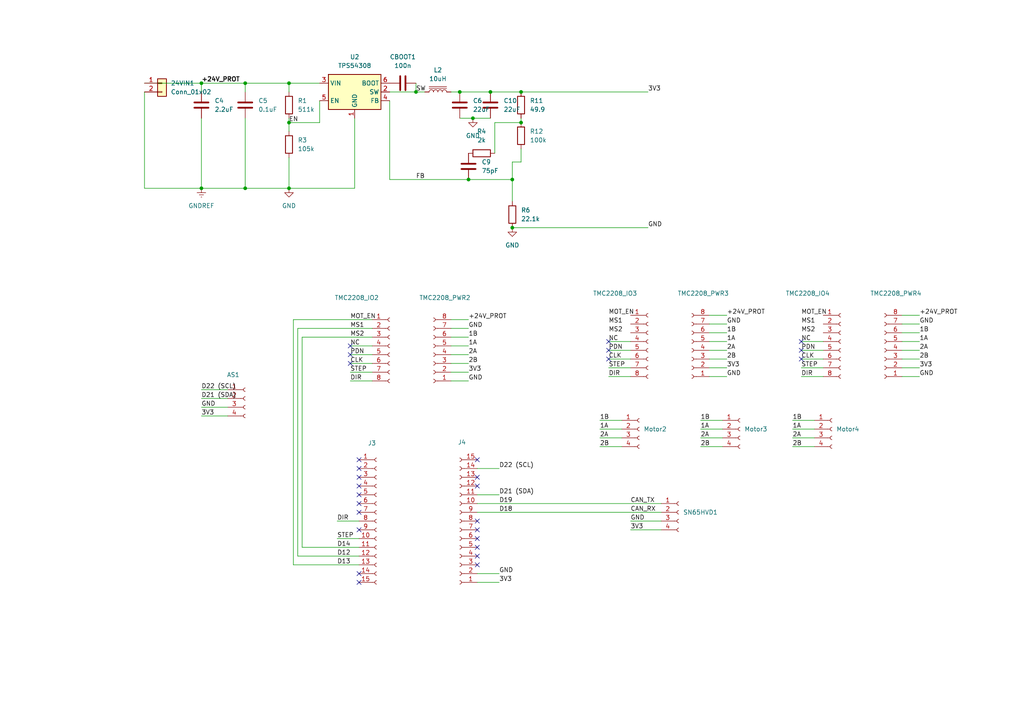
<source format=kicad_sch>
(kicad_sch (version 20250114) (generator "eeschema") (generator_version "9.0")
  (paper "A4")
  (lib_symbols
    (symbol "Connector:Conn_01x04_Socket" (pin_names (offset 1.016) (hide yes))
      (property "Reference" "J" (at 0 5.08 0))
      (property "Value" "Conn_01x04_Socket" (at 0 -7.62 0))
      (symbol "Conn_01x04_Socket_1_1"
        (polyline (pts (xy -1.27 2.54) (xy -0.508 2.54)) (stroke (width 0.1524)))
        (polyline (pts (xy -1.27 0) (xy -0.508 0)) (stroke (width 0.1524)))
        (polyline (pts (xy -1.27 -2.54) (xy -0.508 -2.54)) (stroke (width 0.1524)))
        (polyline (pts (xy -1.27 -5.08) (xy -0.508 -5.08)) (stroke (width 0.1524)))
        (arc (start 0 2.032) (mid -0.5058 2.54) (end 0 3.048) (stroke (width 0.1524)))
        (arc (start 0 -0.508) (mid -0.5058 0) (end 0 0.508) (stroke (width 0.1524)))
        (arc (start 0 -3.048) (mid -0.5058 -2.54) (end 0 -2.032) (stroke (width 0.1524)))
        (arc (start 0 -5.588) (mid -0.5058 -5.08) (end 0 -4.572) (stroke (width 0.1524)))
        (pin passive line (at -5.08 2.54 0) (length 3.81) (name "Pin_1") (number "1"))
        (pin passive line (at -5.08 0 0) (length 3.81) (name "Pin_2") (number "2"))
        (pin passive line (at -5.08 -2.54 0) (length 3.81) (name "Pin_3") (number "3"))
        (pin passive line (at -5.08 -5.08 0) (length 3.81) (name "Pin_4") (number "4"))
      )
    )
    (symbol "Connector:Conn_01x08_Socket" (pin_names (offset 1.016) (hide yes))
      (property "Reference" "J" (at 0 10.16 0))
      (property "Value" "Conn_01x08_Socket" (at 0 -12.7 0))
      (symbol "Conn_01x08_Socket_1_1"
        (polyline (pts (xy -1.27 7.62) (xy -0.508 7.62)) (stroke (width 0.1524)))
        (polyline (pts (xy -1.27 5.08) (xy -0.508 5.08)) (stroke (width 0.1524)))
        (polyline (pts (xy -1.27 2.54) (xy -0.508 2.54)) (stroke (width 0.1524)))
        (polyline (pts (xy -1.27 0) (xy -0.508 0)) (stroke (width 0.1524)))
        (polyline (pts (xy -1.27 -2.54) (xy -0.508 -2.54)) (stroke (width 0.1524)))
        (polyline (pts (xy -1.27 -5.08) (xy -0.508 -5.08)) (stroke (width 0.1524)))
        (polyline (pts (xy -1.27 -7.62) (xy -0.508 -7.62)) (stroke (width 0.1524)))
        (polyline (pts (xy -1.27 -10.16) (xy -0.508 -10.16)) (stroke (width 0.1524)))
        (arc (start 0 7.112) (mid -0.5058 7.62) (end 0 8.128) (stroke (width 0.1524)))
        (arc (start 0 4.572) (mid -0.5058 5.08) (end 0 5.588) (stroke (width 0.1524)))
        (arc (start 0 2.032) (mid -0.5058 2.54) (end 0 3.048) (stroke (width 0.1524)))
        (arc (start 0 -0.508) (mid -0.5058 0) (end 0 0.508) (stroke (width 0.1524)))
        (arc (start 0 -3.048) (mid -0.5058 -2.54) (end 0 -2.032) (stroke (width 0.1524)))
        (arc (start 0 -5.588) (mid -0.5058 -5.08) (end 0 -4.572) (stroke (width 0.1524)))
        (arc (start 0 -8.128) (mid -0.5058 -7.62) (end 0 -7.112) (stroke (width 0.1524)))
        (arc (start 0 -10.668) (mid -0.5058 -10.16) (end 0 -9.652) (stroke (width 0.1524)))
        (pin passive line (at -5.08 7.62 0) (length 3.81) (name "Pin_1") (number "1"))
        (pin passive line (at -5.08 5.08 0) (length 3.81) (name "Pin_2") (number "2"))
        (pin passive line (at -5.08 2.54 0) (length 3.81) (name "Pin_3") (number "3"))
        (pin passive line (at -5.08 0 0) (length 3.81) (name "Pin_4") (number "4"))
        (pin passive line (at -5.08 -2.54 0) (length 3.81) (name "Pin_5") (number "5"))
        (pin passive line (at -5.08 -5.08 0) (length 3.81) (name "Pin_6") (number "6"))
        (pin passive line (at -5.08 -7.62 0) (length 3.81) (name "Pin_7") (number "7"))
        (pin passive line (at -5.08 -10.16 0) (length 3.81) (name "Pin_8") (number "8"))
      )
    )
    (symbol "Connector:Conn_01x15_Socket" (pin_names (offset 1.016) (hide yes))
      (property "Reference" "J" (at 0 20.32 0))
      (property "Value" "Conn_01x15_Socket" (at 0 -20.32 0))
      (symbol "Conn_01x15_Socket_1_1"
        (polyline (pts (xy -1.27 17.78) (xy -0.508 17.78)) (stroke (width 0.1524)))
        (polyline (pts (xy -1.27 15.24) (xy -0.508 15.24)) (stroke (width 0.1524)))
        (polyline (pts (xy -1.27 12.7) (xy -0.508 12.7)) (stroke (width 0.1524)))
        (polyline (pts (xy -1.27 10.16) (xy -0.508 10.16)) (stroke (width 0.1524)))
        (polyline (pts (xy -1.27 7.62) (xy -0.508 7.62)) (stroke (width 0.1524)))
        (polyline (pts (xy -1.27 5.08) (xy -0.508 5.08)) (stroke (width 0.1524)))
        (polyline (pts (xy -1.27 2.54) (xy -0.508 2.54)) (stroke (width 0.1524)))
        (polyline (pts (xy -1.27 0) (xy -0.508 0)) (stroke (width 0.1524)))
        (polyline (pts (xy -1.27 -2.54) (xy -0.508 -2.54)) (stroke (width 0.1524)))
        (polyline (pts (xy -1.27 -5.08) (xy -0.508 -5.08)) (stroke (width 0.1524)))
        (polyline (pts (xy -1.27 -7.62) (xy -0.508 -7.62)) (stroke (width 0.1524)))
        (polyline (pts (xy -1.27 -10.16) (xy -0.508 -10.16)) (stroke (width 0.1524)))
        (polyline (pts (xy -1.27 -12.7) (xy -0.508 -12.7)) (stroke (width 0.1524)))
        (polyline (pts (xy -1.27 -15.24) (xy -0.508 -15.24)) (stroke (width 0.1524)))
        (polyline (pts (xy -1.27 -17.78) (xy -0.508 -17.78)) (stroke (width 0.1524)))
        (arc (start 0 17.272) (mid -0.5058 17.78) (end 0 18.288) (stroke (width 0.1524)))
        (arc (start 0 14.732) (mid -0.5058 15.24) (end 0 15.748) (stroke (width 0.1524)))
        (arc (start 0 12.192) (mid -0.5058 12.7) (end 0 13.208) (stroke (width 0.1524)))
        (arc (start 0 9.652) (mid -0.5058 10.16) (end 0 10.668) (stroke (width 0.1524)))
        (arc (start 0 7.112) (mid -0.5058 7.62) (end 0 8.128) (stroke (width 0.1524)))
        (arc (start 0 4.572) (mid -0.5058 5.08) (end 0 5.588) (stroke (width 0.1524)))
        (arc (start 0 2.032) (mid -0.5058 2.54) (end 0 3.048) (stroke (width 0.1524)))
        (arc (start 0 -0.508) (mid -0.5058 0) (end 0 0.508) (stroke (width 0.1524)))
        (arc (start 0 -3.048) (mid -0.5058 -2.54) (end 0 -2.032) (stroke (width 0.1524)))
        (arc (start 0 -5.588) (mid -0.5058 -5.08) (end 0 -4.572) (stroke (width 0.1524)))
        (arc (start 0 -8.128) (mid -0.5058 -7.62) (end 0 -7.112) (stroke (width 0.1524)))
        (arc (start 0 -10.668) (mid -0.5058 -10.16) (end 0 -9.652) (stroke (width 0.1524)))
        (arc (start 0 -13.208) (mid -0.5058 -12.7) (end 0 -12.192) (stroke (width 0.1524)))
        (arc (start 0 -15.748) (mid -0.5058 -15.24) (end 0 -14.732) (stroke (width 0.1524)))
        (arc (start 0 -18.288) (mid -0.5058 -17.78) (end 0 -17.272) (stroke (width 0.1524)))
        (pin passive line (at -5.08 17.78 0) (length 3.81) (name "Pin_1") (number "1"))
        (pin passive line (at -5.08 15.24 0) (length 3.81) (name "Pin_2") (number "2"))
        (pin passive line (at -5.08 12.7 0) (length 3.81) (name "Pin_3") (number "3"))
        (pin passive line (at -5.08 10.16 0) (length 3.81) (name "Pin_4") (number "4"))
        (pin passive line (at -5.08 7.62 0) (length 3.81) (name "Pin_5") (number "5"))
        (pin passive line (at -5.08 5.08 0) (length 3.81) (name "Pin_6") (number "6"))
        (pin passive line (at -5.08 2.54 0) (length 3.81) (name "Pin_7") (number "7"))
        (pin passive line (at -5.08 0 0) (length 3.81) (name "Pin_8") (number "8"))
        (pin passive line (at -5.08 -2.54 0) (length 3.81) (name "Pin_9") (number "9"))
        (pin passive line (at -5.08 -5.08 0) (length 3.81) (name "Pin_10") (number "10"))
        (pin passive line (at -5.08 -7.62 0) (length 3.81) (name "Pin_11") (number "11"))
        (pin passive line (at -5.08 -10.16 0) (length 3.81) (name "Pin_12") (number "12"))
        (pin passive line (at -5.08 -12.7 0) (length 3.81) (name "Pin_13") (number "13"))
        (pin passive line (at -5.08 -15.24 0) (length 3.81) (name "Pin_14") (number "14"))
        (pin passive line (at -5.08 -17.78 0) (length 3.81) (name "Pin_15") (number "15"))
      )
    )
    (symbol "Connector_Generic:Conn_01x02" (pin_names (offset 1.016) (hide yes))
      (property "Reference" "J" (at 0 2.54 0))
      (property "Value" "Conn_01x02" (at 0 -5.08 0))
      (symbol "Conn_01x02_1_1"
        (rectangle (start -1.27 1.27) (end 1.27 -3.81) (stroke (width 0.254)) (fill (type background)))
        (rectangle (start -1.27 0.127) (end 0 -0.127) (stroke (width 0.1524)))
        (rectangle (start -1.27 -2.413) (end 0 -2.667) (stroke (width 0.1524)))
        (pin passive line (at -5.08 0 0) (length 3.81) (name "Pin_1") (number "1"))
        (pin passive line (at -5.08 -2.54 0) (length 3.81) (name "Pin_2") (number "2"))
      )
    )
    (symbol "Device:C" (pin_numbers (hide yes)) (pin_names (offset 0.254))
      (property "Reference" "C" (at 0.635 2.54 0))
      (property "Value" "C" (at 0.635 -2.54 0))
      (symbol "C_0_1"
        (polyline (pts (xy -2.032 0.762) (xy 2.032 0.762)) (stroke (width 0.508)))
        (polyline (pts (xy -2.032 -0.762) (xy 2.032 -0.762)) (stroke (width 0.508)))
      )
      (symbol "C_1_1"
        (pin passive line (at 0 3.81 270) (length 2.794) (name "~") (number "1"))
        (pin passive line (at 0 -3.81 90) (length 2.794) (name "~") (number "2"))
      )
    )
    (symbol "Device:L_Iron" (pin_numbers (hide yes)) (pin_names (offset 1.016) (hide yes))
      (property "Reference" "L" (at -1.27 0 90))
      (property "Value" "L_Iron" (at 2.794 0 90))
      (symbol "L_Iron_0_1"
        (arc (start 0 2.54) (mid 0.6323 1.905) (end 0 1.27))
        (arc (start 0 1.27) (mid 0.6323 0.635) (end 0 0))
        (arc (start 0 0) (mid 0.6323 -0.635) (end 0 -1.27))
        (arc (start 0 -1.27) (mid 0.6323 -1.905) (end 0 -2.54))
        (polyline (pts (xy 1.016 2.54) (xy 1.016 -2.54)))
        (polyline (pts (xy 1.524 -2.54) (xy 1.524 2.54)))
      )
      (symbol "L_Iron_1_1"
        (pin passive line (at 0 3.81 270) (length 1.27) (name "1") (number "1"))
        (pin passive line (at 0 -3.81 90) (length 1.27) (name "2") (number "2"))
      )
    )
    (symbol "Device:R" (pin_numbers (hide yes)) (pin_names (offset 0))
      (property "Reference" "R" (at 2.032 0 90))
      (property "Value" "R" (at 0 0 90))
      (symbol "R_0_1"
        (rectangle (start -1.016 -2.54) (end 1.016 2.54) (stroke (width 0.254)))
      )
      (symbol "R_1_1"
        (pin passive line (at 0 3.81 270) (length 1.27) (name "~") (number "1"))
        (pin passive line (at 0 -3.81 90) (length 1.27) (name "~") (number "2"))
      )
    )
    (symbol "Regulator_Switching:TPS54308"
      (property "Reference" "U" (at -7.62 6.35 0))
      (property "Value" "TPS54308" (at 0 6.35 0))
      (symbol "TPS54308_0_1"
        (rectangle (start -7.62 5.08) (end 7.62 -5.08) (stroke (width 0.254)) (fill (type background)))
      )
      (symbol "TPS54308_1_1"
        (pin power_in line (at -10.16 2.54 0) (length 2.54) (name "VIN") (number "3"))
        (pin input line (at -10.16 -2.54 0) (length 2.54) (name "EN") (number "5"))
        (pin power_in line (at 0 -7.62 90) (length 2.54) (name "GND") (number "1"))
        (pin passive line (at 10.16 2.54 180) (length 2.54) (name "BOOT") (number "6"))
        (pin power_out line (at 10.16 0 180) (length 2.54) (name "SW") (number "2"))
        (pin input line (at 10.16 -2.54 180) (length 2.54) (name "FB") (number "4"))
      )
    )
    (symbol "power:GND" (power) (pin_numbers (hide yes)) (pin_names (offset 0) (hide yes))
      (property "Value" "GND" (at 0 -3.81 0))
      (symbol "GND_0_1"
        (polyline (pts (xy 0 0) (xy 0 -1.27) (xy 1.27 -1.27) (xy 0 -2.54) (xy -1.27 -1.27) (xy 0 -1.27)))
      )
      (symbol "GND_1_1"
        (pin power_in line (at 0 0 270) (length 0) (name "~") (number "1"))
      )
    )
    (symbol "power:GNDREF" (power) (pin_numbers (hide yes)) (pin_names (offset 0) (hide yes))
      (property "Value" "GNDREF" (at 0 -3.81 0))
      (symbol "GNDREF_0_1"
        (polyline (pts (xy -0.635 -1.905) (xy 0.635 -1.905)))
        (polyline (pts (xy -0.127 -2.54) (xy 0.127 -2.54)))
        (polyline (pts (xy 0 -1.27) (xy 0 0)))
        (polyline (pts (xy 1.27 -1.27) (xy -1.27 -1.27)))
      )
      (symbol "GNDREF_1_1"
        (pin power_in line (at 0 0 270) (length 0) (name "~") (number "1"))
      )
    )
  )
  (junction (at 83.82 24.13))
  (junction (at 142.24 26.67))
  (junction (at 137.16 34.29))
  (junction (at 148.59 66.04))
  (junction (at 58.42 54.61))
  (junction (at 71.12 24.13))
  (junction (at 58.42 24.13))
  (junction (at 71.12 54.61))
  (junction (at 83.82 54.61))
  (junction (at 148.59 52.07))
  (junction (at 120.65 26.67))
  (junction (at 151.13 26.67))
  (junction (at 83.82 35.56))
  (junction (at 151.13 35.56))
  (junction (at 135.89 52.07))
  (junction (at 133.35 26.67))
  (no_connect (at 104.14 135.89))
  (no_connect (at 138.43 153.67))
  (no_connect (at 104.14 148.59))
  (no_connect (at 232.41 101.6))
  (no_connect (at 176.53 99.06))
  (no_connect (at 138.43 156.21))
  (no_connect (at 104.14 138.43))
  (no_connect (at 101.6 105.41))
  (no_connect (at 232.41 99.06))
  (no_connect (at 138.43 138.43))
  (no_connect (at 104.14 140.97))
  (no_connect (at 176.53 101.6))
  (no_connect (at 104.14 146.05))
  (no_connect (at 138.43 140.97))
  (no_connect (at 138.43 163.83))
  (no_connect (at 104.14 166.37))
  (no_connect (at 101.6 100.33))
  (no_connect (at 138.43 151.13))
  (no_connect (at 232.41 104.14))
  (no_connect (at 104.14 143.51))
  (no_connect (at 138.43 161.29))
  (no_connect (at 104.14 168.91))
  (no_connect (at 176.53 104.14))
  (no_connect (at 101.6 102.87))
  (no_connect (at 138.43 158.75))
  (no_connect (at 104.14 133.35))
  (no_connect (at 138.43 133.35))
  (no_connect (at 104.14 153.67))
  (wire (pts (xy 58.42 120.65) (xy 66.04 120.65)))
  (wire (pts (xy 138.43 168.91) (xy 144.78 168.91)))
  (wire (pts (xy 130.81 26.67) (xy 133.35 26.67)))
  (wire (pts (xy 71.12 54.61) (xy 83.82 54.61)))
  (wire (pts (xy 261.62 106.68) (xy 266.7 106.68)))
  (wire (pts (xy 135.89 52.07) (xy 148.59 52.07)))
  (wire (pts (xy 148.59 46.99) (xy 148.59 52.07)))
  (wire (pts (xy 92.71 29.21) (xy 92.71 35.56)))
  (wire (pts (xy 232.41 106.68) (xy 238.76 106.68)))
  (wire (pts (xy 205.74 106.68) (xy 210.82 106.68)))
  (wire (pts (xy 203.2 129.54) (xy 209.55 129.54)))
  (wire (pts (xy 203.2 127) (xy 209.55 127)))
  (wire (pts (xy 203.2 124.46) (xy 209.55 124.46)))
  (wire (pts (xy 58.42 118.11) (xy 66.04 118.11)))
  (wire (pts (xy 143.51 35.56) (xy 151.13 35.56)))
  (wire (pts (xy 176.53 99.06) (xy 182.88 99.06)))
  (wire (pts (xy 173.99 127) (xy 180.34 127)))
  (wire (pts (xy 83.82 34.29) (xy 83.82 35.56)))
  (wire (pts (xy 130.81 102.87) (xy 135.89 102.87)))
  (wire (pts (xy 138.43 146.05) (xy 191.77 146.05)))
  (wire (pts (xy 101.6 107.95) (xy 107.95 107.95)))
  (wire (pts (xy 205.74 109.22) (xy 210.82 109.22)))
  (wire (pts (xy 205.74 99.06) (xy 210.82 99.06)))
  (wire (pts (xy 85.09 92.71) (xy 107.95 92.71)))
  (wire (pts (xy 86.36 161.29) (xy 104.14 161.29)))
  (wire (pts (xy 85.09 92.71) (xy 85.09 163.83)))
  (wire (pts (xy 151.13 26.67) (xy 187.96 26.67)))
  (wire (pts (xy 229.87 127) (xy 236.22 127)))
  (wire (pts (xy 83.82 45.72) (xy 83.82 54.61)))
  (wire (pts (xy 205.74 104.14) (xy 210.82 104.14)))
  (wire (pts (xy 130.81 100.33) (xy 135.89 100.33)))
  (wire (pts (xy 205.74 101.6) (xy 210.82 101.6)))
  (wire (pts (xy 58.42 113.03) (xy 66.04 113.03)))
  (wire (pts (xy 232.41 104.14) (xy 238.76 104.14)))
  (wire (pts (xy 130.81 92.71) (xy 135.89 92.71)))
  (wire (pts (xy 173.99 129.54) (xy 180.34 129.54)))
  (wire (pts (xy 261.62 104.14) (xy 266.7 104.14)))
  (wire (pts (xy 261.62 91.44) (xy 266.7 91.44)))
  (wire (pts (xy 138.43 166.37) (xy 144.78 166.37)))
  (wire (pts (xy 41.91 24.13) (xy 58.42 24.13)))
  (wire (pts (xy 86.36 95.25) (xy 86.36 161.29)))
  (wire (pts (xy 71.12 24.13) (xy 71.12 26.67)))
  (wire (pts (xy 148.59 52.07) (xy 148.59 58.42)))
  (wire (pts (xy 151.13 46.99) (xy 151.13 43.18)))
  (wire (pts (xy 41.91 54.61) (xy 58.42 54.61)))
  (wire (pts (xy 261.62 101.6) (xy 266.7 101.6)))
  (wire (pts (xy 113.03 52.07) (xy 135.89 52.07)))
  (wire (pts (xy 151.13 35.56) (xy 151.13 34.29)))
  (wire (pts (xy 83.82 35.56) (xy 83.82 38.1)))
  (wire (pts (xy 148.59 46.99) (xy 151.13 46.99)))
  (wire (pts (xy 176.53 106.68) (xy 182.88 106.68)))
  (wire (pts (xy 205.74 91.44) (xy 210.82 91.44)))
  (wire (pts (xy 261.62 93.98) (xy 266.7 93.98)))
  (wire (pts (xy 173.99 121.92) (xy 180.34 121.92)))
  (wire (pts (xy 142.24 26.67) (xy 151.13 26.67)))
  (wire (pts (xy 86.36 95.25) (xy 107.95 95.25)))
  (wire (pts (xy 58.42 24.13) (xy 58.42 26.67)))
  (wire (pts (xy 101.6 102.87) (xy 107.95 102.87)))
  (wire (pts (xy 130.81 110.49) (xy 135.89 110.49)))
  (wire (pts (xy 71.12 24.13) (xy 83.82 24.13)))
  (wire (pts (xy 229.87 129.54) (xy 236.22 129.54)))
  (wire (pts (xy 92.71 35.56) (xy 83.82 35.56)))
  (wire (pts (xy 87.63 158.75) (xy 104.14 158.75)))
  (wire (pts (xy 173.99 124.46) (xy 180.34 124.46)))
  (wire (pts (xy 205.74 96.52) (xy 210.82 96.52)))
  (wire (pts (xy 261.62 109.22) (xy 266.7 109.22)))
  (wire (pts (xy 138.43 143.51) (xy 144.78 143.51)))
  (wire (pts (xy 130.81 97.79) (xy 135.89 97.79)))
  (wire (pts (xy 83.82 54.61) (xy 102.87 54.61)))
  (wire (pts (xy 85.09 163.83) (xy 104.14 163.83)))
  (wire (pts (xy 203.2 121.92) (xy 209.55 121.92)))
  (wire (pts (xy 41.91 26.67) (xy 41.91 54.61)))
  (wire (pts (xy 130.81 95.25) (xy 135.89 95.25)))
  (wire (pts (xy 97.79 151.13) (xy 104.14 151.13)))
  (wire (pts (xy 133.35 26.67) (xy 142.24 26.67)))
  (wire (pts (xy 138.43 148.59) (xy 191.77 148.59)))
  (wire (pts (xy 187.96 66.04) (xy 148.59 66.04)))
  (wire (pts (xy 232.41 99.06) (xy 238.76 99.06)))
  (wire (pts (xy 229.87 124.46) (xy 236.22 124.46)))
  (wire (pts (xy 113.03 29.21) (xy 113.03 52.07)))
  (wire (pts (xy 143.51 44.45) (xy 143.51 35.56)))
  (wire (pts (xy 130.81 107.95) (xy 135.89 107.95)))
  (wire (pts (xy 87.63 97.79) (xy 107.95 97.79)))
  (wire (pts (xy 58.42 54.61) (xy 71.12 54.61)))
  (wire (pts (xy 71.12 34.29) (xy 71.12 54.61)))
  (wire (pts (xy 133.35 34.29) (xy 137.16 34.29)))
  (wire (pts (xy 113.03 26.67) (xy 120.65 26.67)))
  (wire (pts (xy 58.42 34.29) (xy 58.42 54.61)))
  (wire (pts (xy 83.82 24.13) (xy 83.82 26.67)))
  (wire (pts (xy 120.65 24.13) (xy 120.65 26.67)))
  (wire (pts (xy 232.41 109.22) (xy 238.76 109.22)))
  (wire (pts (xy 138.43 135.89) (xy 144.78 135.89)))
  (wire (pts (xy 83.82 24.13) (xy 92.71 24.13)))
  (wire (pts (xy 176.53 109.22) (xy 182.88 109.22)))
  (wire (pts (xy 101.6 100.33) (xy 107.95 100.33)))
  (wire (pts (xy 101.6 105.41) (xy 107.95 105.41)))
  (wire (pts (xy 232.41 101.6) (xy 238.76 101.6)))
  (wire (pts (xy 101.6 110.49) (xy 107.95 110.49)))
  (wire (pts (xy 58.42 115.57) (xy 66.04 115.57)))
  (wire (pts (xy 87.63 97.79) (xy 87.63 158.75)))
  (wire (pts (xy 229.87 121.92) (xy 236.22 121.92)))
  (wire (pts (xy 182.88 153.67) (xy 191.77 153.67)))
  (wire (pts (xy 137.16 34.29) (xy 142.24 34.29)))
  (wire (pts (xy 182.88 151.13) (xy 191.77 151.13)))
  (wire (pts (xy 102.87 54.61) (xy 102.87 34.29)))
  (wire (pts (xy 176.53 101.6) (xy 182.88 101.6)))
  (wire (pts (xy 261.62 99.06) (xy 266.7 99.06)))
  (wire (pts (xy 58.42 24.13) (xy 71.12 24.13)))
  (wire (pts (xy 261.62 96.52) (xy 266.7 96.52)))
  (wire (pts (xy 205.74 93.98) (xy 210.82 93.98)))
  (wire (pts (xy 176.53 104.14) (xy 182.88 104.14)))
  (wire (pts (xy 97.79 156.21) (xy 104.14 156.21)))
  (wire (pts (xy 130.81 105.41) (xy 135.89 105.41)))
  (wire (pts (xy 120.65 26.67) (xy 123.19 26.67)))
  (label "D22 (SCL)" (at 58.42 113.03 0))
  (label "DIR" (at 232.41 109.22 0))
  (label "1A" (at 135.89 100.33 0))
  (label "PDN" (at 176.53 101.6 0))
  (label "D13" (at 97.79 163.83 0))
  (label "D21 (SDA)" (at 58.42 115.57 0))
  (label "MS1" (at 101.6 95.25 0))
  (label "MS1" (at 232.41 93.98 0))
  (label "NC" (at 176.53 99.06 0))
  (label "GND" (at 266.7 109.22 0))
  (label "GND" (at 135.89 95.25 0))
  (label "2B" (at 203.2 129.54 0))
  (label "STEP" (at 232.41 106.68 0))
  (label "GND" (at 58.42 118.11 0))
  (label "+24V_PROT" (at 58.42 24.13 0) (effects (font (thickness 0.254) (bold yes))))
  (label "CLK" (at 232.41 104.14 0))
  (label "D12" (at 97.79 161.29 0))
  (label "CLK" (at 101.6 105.41 0))
  (label "1B" (at 229.87 121.92 0))
  (label "+24V_PROT" (at 266.7 91.44 0))
  (label "3V3" (at 182.88 153.67 0))
  (label "1B" (at 173.99 121.92 0))
  (label "1B" (at 135.89 97.79 0))
  (label "D19" (at 144.78 146.05 0))
  (label "GND" (at 135.89 110.49 0))
  (label "2A" (at 210.82 101.6 0))
  (label "NC" (at 101.6 100.33 0))
  (label "DIR" (at 97.79 151.13 0))
  (label "2B" (at 210.82 104.14 0))
  (label "STEP" (at 176.53 106.68 0))
  (label "CAN_TX" (at 182.88 146.05 0))
  (label "2A" (at 203.2 127 0))
  (label "3V3" (at 135.89 107.95 0))
  (label "NC" (at 232.41 99.06 0))
  (label "STEP" (at 97.79 156.21 0))
  (label "1A" (at 210.82 99.06 0))
  (label "+24V_PROT" (at 135.89 92.71 0))
  (label "MOT_EN" (at 176.53 91.44 0))
  (label "D18" (at 144.78 148.59 0))
  (label "2A" (at 229.87 127 0))
  (label "FB" (at 120.65 52.07 0))
  (label "1B" (at 266.7 96.52 0))
  (label "MS2" (at 176.53 96.52 0))
  (label "2A" (at 135.89 102.87 0))
  (label "PDN" (at 101.6 102.87 0))
  (label "1A" (at 203.2 124.46 0))
  (label "GND" (at 210.82 93.98 0))
  (label "2B" (at 135.89 105.41 0))
  (label "1A" (at 173.99 124.46 0))
  (label "MS2" (at 232.41 96.52 0))
  (label "DIR" (at 101.6 110.49 0))
  (label "1B" (at 203.2 121.92 0))
  (label "PDN" (at 232.41 101.6 0))
  (label "SW" (at 120.65 26.67 0))
  (label "1B" (at 210.82 96.52 0))
  (label "2B" (at 173.99 129.54 0))
  (label "3V3" (at 210.82 106.68 0))
  (label "EN" (at 83.82 35.56 0))
  (label "+24V_PROT" (at 210.82 91.44 0))
  (label "2A" (at 266.7 101.6 0))
  (label "CAN_RX" (at 182.88 148.59 0))
  (label "D14" (at 97.79 158.75 0))
  (label "1A" (at 229.87 124.46 0))
  (label "GND" (at 210.82 109.22 0))
  (label "3V3" (at 58.42 120.65 0))
  (label "2B" (at 229.87 129.54 0))
  (label "3V3" (at 144.78 168.91 0))
  (label "3V3" (at 187.96 26.67 0))
  (label "D21 (SDA)" (at 144.78 143.51 0))
  (label "GND" (at 187.96 66.04 0))
  (label "CLK" (at 176.53 104.14 0))
  (label "2A" (at 173.99 127 0))
  (label "STEP" (at 101.6 107.95 0))
  (label "GND" (at 144.78 166.37 0))
  (label "GND" (at 182.88 151.13 0))
  (label "MOT_EN" (at 232.41 91.44 0))
  (label "GND" (at 266.7 93.98 0))
  (label "DIR" (at 176.53 109.22 0))
  (label "MOT_EN" (at 101.6 92.71 0))
  (label "2B" (at 266.7 104.14 0))
  (label "MS2" (at 101.6 97.79 0))
  (label "3V3" (at 266.7 106.68 0))
  (label "D22 (SCL)" (at 144.78 135.89 0))
  (label "1A" (at 266.7 99.06 0))
  (label "MS1" (at 176.53 93.98 0))
  (symbol (lib_id "Connector:Conn_01x04_Socket") (at 214.63 124.46 0) (unit 1)
    (property "Reference" "Motor3" (at 215.9 124.4599 0) (effects (justify left)))
    (property "Value" "Conn_01x04_Socket" (effects (hide yes)))
    (property "Footprint" "Connector_PinSocket_2.54mm:PinSocket_1x04_P2.54mm_Horizontal" (effects (hide yes)))
    (property "Description" "Generic connector, single row, 01x04, script generated" (effects (hide yes)))
    (property "JLCPCB Part Number" "C22373928" (effects (hide yes)))
  )
  (symbol (lib_id "Connector:Conn_01x08_Socket") (at 256.54 101.6 180) (unit 1)
    (property "Reference" "TMC2208_PWR4" (at 259.842 85.09 0))
    (property "Value" "Conn_01x08_Socket" (effects (hide yes)))
    (property "Footprint" "Connector_PinSocket_2.54mm:PinSocket_1x08_P2.54mm_Vertical" (effects (hide yes)))
    (property "Description" "Generic connector, single row, 01x08, script generated" (effects (hide yes)))
    (property "JLCPCB Part Number" "C27438" (effects (hide yes)))
  )
  (symbol (lib_id "Device:R") (at 151.13 39.37 0) (unit 1)
    (property "Reference" "R12" (at 153.67 38.0999 0) (effects (justify left)))
    (property "Value" "100k" (at 153.67 40.6399 0) (effects (justify left)))
    (property "Footprint" "Resistor_SMD:R_0603_1608Metric" (effects (hide yes)))
    (property "Description" "Resistor" (effects (hide yes)))
    (property "JLCPCB Part Number" "C14675" (effects (hide yes)))
  )
  (symbol (lib_id "power:GNDREF") (at 58.42 54.61 0) (unit 1)
    (property "Reference" "#PWR01" (effects (hide yes)))
    (property "Value" "GNDREF" (at 58.42 59.69 0))
    (property "Description" "Power symbol creates a global label with name \"GNDREF\" , reference supply ground" (effects (hide yes)))
  )
  (symbol (lib_id "power:GND") (at 83.82 54.61 0) (unit 1)
    (property "Reference" "#PWR02" (effects (hide yes)))
    (property "Value" "GND" (at 83.82 59.69 0))
    (property "Description" "Power symbol creates a global label with name \"GND\" , ground" (effects (hide yes)))
  )
  (symbol (lib_id "Device:C") (at 133.35 30.48 0) (unit 1)
    (property "Reference" "C6" (at 137.16 29.2099 0) (effects (justify left)))
    (property "Value" "22uF" (at 137.16 31.7499 0) (effects (justify left)))
    (property "Footprint" "Capacitor_SMD:C_1210_3225Metric" (effects (hide yes)))
    (property "Description" "Unpolarized capacitor" (effects (hide yes)))
    (property "JLCPCB Part Number" "C309062" (effects (hide yes)))
  )
  (symbol (lib_id "Device:C") (at 116.84 24.13 90) (unit 1)
    (property "Reference" "CBOOT1" (at 116.84 16.51 90))
    (property "Value" "100n" (at 116.84 19.05 90))
    (property "Footprint" "Capacitor_SMD:C_0805_2012Metric" (effects (hide yes)))
    (property "Description" "Unpolarized capacitor" (effects (hide yes)))
    (property "JLCPCB Part Number" "C49678" (effects (hide yes)))
  )
  (symbol (lib_id "power:GND") (at 137.16 34.29 0) (unit 1)
    (property "Reference" "#PWR07" (effects (hide yes)))
    (property "Value" "GND" (at 137.16 39.37 0))
    (property "Description" "Power symbol creates a global label with name \"GND\" , ground" (effects (hide yes)))
  )
  (symbol (lib_id "Device:C") (at 58.42 30.48 0) (unit 1)
    (property "Reference" "C4" (at 62.23 29.2099 0) (effects (justify left)))
    (property "Value" "2.2uF" (at 62.23 31.7499 0) (effects (justify left)))
    (property "Footprint" "Capacitor_SMD:C_1210_3225Metric" (effects (hide yes)))
    (property "Description" "Unpolarized capacitor" (effects (hide yes)))
    (property "JLCPCB Part Number" "C577276" (effects (hide yes)))
  )
  (symbol (lib_id "Device:C") (at 142.24 30.48 0) (unit 1)
    (property "Reference" "C10" (at 146.05 29.2099 0) (effects (justify left)))
    (property "Value" "22uF" (at 146.05 31.7499 0) (effects (justify left)))
    (property "Footprint" "Capacitor_SMD:C_1210_3225Metric" (effects (hide yes)))
    (property "Description" "Unpolarized capacitor" (effects (hide yes)))
    (property "JLCPCB Part Number" "C309062" (effects (hide yes)))
  )
  (symbol (lib_id "Connector:Conn_01x15_Socket") (at 109.22 151.13 0) (unit 1)
    (property "Reference" "J3" (at 106.68 128.524 0) (effects (justify left)))
    (property "Value" "Conn_01x15_Socket" (effects (hide yes)))
    (property "Footprint" "Connector_PinSocket_2.54mm:PinSocket_1x15_P2.54mm_Vertical" (effects (hide yes)))
    (property "Description" "Generic connector, single row, 01x15, script generated" (effects (hide yes)))
    (property "JLCPCB Part Number" "C41417327" (effects (hide yes)))
  )
  (symbol (lib_id "Device:C") (at 135.89 48.26 0) (unit 1)
    (property "Reference" "C9" (at 139.7 46.9899 0) (effects (justify left)))
    (property "Value" "75pF" (at 139.7 49.5299 0) (effects (justify left)))
    (property "Footprint" "Capacitor_SMD:C_0603_1608Metric" (effects (hide yes)))
    (property "Description" "Unpolarized capacitor" (effects (hide yes)))
    (property "JLCPCB Part Number" "C282074" (effects (hide yes)))
  )
  (symbol (lib_id "Connector:Conn_01x08_Socket") (at 187.96 99.06 0) (unit 1)
    (property "Reference" "TMC2208_IO3" (at 171.958 85.09 0) (effects (justify left)))
    (property "Value" "Conn_01x08_Socket" (effects (hide yes)))
    (property "Footprint" "Connector_PinSocket_2.54mm:PinSocket_1x08_P2.54mm_Vertical" (effects (hide yes)))
    (property "Description" "Generic connector, single row, 01x08, script generated" (effects (hide yes)))
    (property "JLCPCB Part Number" "C27438" (effects (hide yes)))
  )
  (symbol (lib_id "Device:C") (at 71.12 30.48 0) (unit 1)
    (property "Reference" "C5" (at 74.93 29.2099 0) (effects (justify left)))
    (property "Value" "0.1uF" (at 74.93 31.7499 0) (effects (justify left)))
    (property "Footprint" "Capacitor_SMD:C_1210_3225Metric" (effects (hide yes)))
    (property "Description" "Unpolarized capacitor" (effects (hide yes)))
    (property "JLCPCB Part Number" "C527381" (effects (hide yes)))
  )
  (symbol (lib_id "Connector:Conn_01x04_Socket") (at 71.12 115.57 0) (unit 1)
    (property "Reference" "AS1" (at 65.786 108.712 0) (effects (justify left)))
    (property "Value" "Conn_01x04_Socket" (effects (hide yes)))
    (property "Footprint" "Connector_PinSocket_2.54mm:PinSocket_1x04_P2.54mm_Horizontal" (effects (hide yes)))
    (property "Description" "Generic connector, single row, 01x04, script generated" (effects (hide yes)))
    (property "JLCPCB Part Number" "C22373928" (effects (hide yes)))
  )
  (symbol (lib_id "Connector:Conn_01x08_Socket") (at 125.73 102.87 180) (unit 1)
    (property "Reference" "TMC2208_PWR2" (at 129.032 86.36 0))
    (property "Value" "Conn_01x08_Socket" (effects (hide yes)))
    (property "Footprint" "Connector_PinSocket_2.54mm:PinSocket_1x08_P2.54mm_Vertical" (effects (hide yes)))
    (property "Description" "Generic connector, single row, 01x08, script generated" (effects (hide yes)))
    (property "JLCPCB Part Number" "C27438" (effects (hide yes)))
  )
  (symbol (lib_id "Device:R") (at 151.13 30.48 0) (unit 1)
    (property "Reference" "R11" (at 153.67 29.2099 0) (effects (justify left)))
    (property "Value" "49.9" (at 153.67 31.7499 0) (effects (justify left)))
    (property "Footprint" "Resistor_SMD:R_0603_1608Metric" (effects (hide yes)))
    (property "Description" "Resistor" (effects (hide yes)))
    (property "JLCPCB Part Number" "C23185" (effects (hide yes)))
  )
  (symbol (lib_id "Connector_Generic:Conn_01x02") (at 46.99 24.13 0) (unit 1)
    (property "Reference" "24VIN1" (at 49.53 24.1299 0) (effects (justify left)))
    (property "Value" "Conn_01x02" (at 49.53 26.6699 0) (effects (justify left)))
    (property "Footprint" "TerminalBlock_Phoenix:TerminalBlock_Phoenix_MKDS-1,5-2_1x02_P5.00mm_Horizontal" (effects (hide yes)))
    (property "Description" "Generic connector, single row, 01x02, script generated (kicad-library-utils/schlib/autogen/connector/)" (effects (hide yes)))
    (property "JLCPCB Part Number" "C8465" (effects (hide yes)))
  )
  (symbol (lib_id "Regulator_Switching:TPS54308") (at 102.87 26.67 0) (unit 1)
    (property "Reference" "U2" (at 102.87 16.51 0))
    (property "Value" "TPS54308" (at 102.87 19.05 0))
    (property "Footprint" "Package_TO_SOT_SMD:SOT-23-6" (effects (hide yes)))
    (property "Datasheet" "http://www.ti.com/lit/ds/symlink/tps54308.pdf" (effects (hide yes)))
    (property "Description" "3A, 4.5 to 28V Input, EMI Friendly integrated switch synchronous step-down regulator, continuous-conduction, SOT-23-6" (effects (hide yes)))
    (property "JLCPCB Part Number" "C168839" (effects (hide yes)))
  )
  (symbol (lib_id "Device:R") (at 83.82 41.91 0) (unit 1)
    (property "Reference" "R3" (at 86.36 40.6399 0) (effects (justify left)))
    (property "Value" "105k" (at 86.36 43.1799 0) (effects (justify left)))
    (property "Footprint" "Resistor_SMD:R_0603_1608Metric" (effects (hide yes)))
    (property "Description" "Resistor" (effects (hide yes)))
    (property "JLCPCB Part Number" "C861072" (effects (hide yes)))
  )
  (symbol (lib_id "Connector:Conn_01x08_Socket") (at 200.66 101.6 180) (unit 1)
    (property "Reference" "TMC2208_PWR3" (at 203.962 85.09 0))
    (property "Value" "Conn_01x08_Socket" (effects (hide yes)))
    (property "Footprint" "Connector_PinSocket_2.54mm:PinSocket_1x08_P2.54mm_Vertical" (effects (hide yes)))
    (property "Description" "Generic connector, single row, 01x08, script generated" (effects (hide yes)))
    (property "JLCPCB Part Number" "C27438" (effects (hide yes)))
  )
  (symbol (lib_id "power:GND") (at 148.59 66.04 0) (unit 1)
    (property "Reference" "#PWR08" (effects (hide yes)))
    (property "Value" "GND" (at 148.59 71.12 0))
    (property "Description" "Power symbol creates a global label with name \"GND\" , ground" (effects (hide yes)))
  )
  (symbol (lib_id "Connector:Conn_01x15_Socket") (at 133.35 151.13 180) (unit 1)
    (property "Reference" "J4" (at 133.985 128.27 0))
    (property "Value" "Conn_01x15_Socket" (effects (hide yes)))
    (property "Footprint" "Connector_PinSocket_2.54mm:PinSocket_1x15_P2.54mm_Vertical" (effects (hide yes)))
    (property "Description" "Generic connector, single row, 01x15, script generated" (effects (hide yes)))
    (property "JLCPCB Part Number" "C41417327" (effects (hide yes)))
  )
  (symbol (lib_id "Connector:Conn_01x04_Socket") (at 196.85 148.59 0) (unit 1)
    (property "Reference" "SN65HVD1" (at 198.12 148.5899 0) (effects (justify left)))
    (property "Value" "Conn_01x04_Socket" (effects (hide yes)))
    (property "Footprint" "Connector_PinSocket_2.54mm:PinSocket_1x04_P2.54mm_Horizontal" (effects (hide yes)))
    (property "Description" "Generic connector, single row, 01x04, script generated" (effects (hide yes)))
    (property "JLCPCB Part Number" "C22373928" (effects (hide yes)))
  )
  (symbol (lib_id "Device:R") (at 139.7 44.45 270) (unit 1)
    (property "Reference" "R4" (at 139.7 38.1 90))
    (property "Value" "2k" (at 139.7 40.64 90))
    (property "Footprint" "Resistor_SMD:R_0603_1608Metric" (effects (hide yes)))
    (property "Description" "Resistor" (effects (hide yes)))
    (property "JLCPCB Part Number" "C22975" (effects (hide yes)))
  )
  (symbol (lib_id "Connector:Conn_01x04_Socket") (at 185.42 124.46 0) (unit 1)
    (property "Reference" "Motor2" (at 186.69 124.4599 0) (effects (justify left)))
    (property "Value" "Conn_01x04_Socket" (effects (hide yes)))
    (property "Footprint" "Connector_PinSocket_2.54mm:PinSocket_1x04_P2.54mm_Horizontal" (effects (hide yes)))
    (property "Description" "Generic connector, single row, 01x04, script generated" (effects (hide yes)))
    (property "JLCPCB Part Number" "C22373928" (effects (hide yes)))
  )
  (symbol (lib_id "Connector:Conn_01x08_Socket") (at 113.03 100.33 0) (unit 1)
    (property "Reference" "TMC2208_IO2" (at 97.028 86.36 0) (effects (justify left)))
    (property "Value" "Conn_01x08_Socket" (effects (hide yes)))
    (property "Footprint" "Connector_PinSocket_2.54mm:PinSocket_1x08_P2.54mm_Vertical" (effects (hide yes)))
    (property "Description" "Generic connector, single row, 01x08, script generated" (effects (hide yes)))
    (property "JLCPCB Part Number" "C27438" (effects (hide yes)))
  )
  (symbol (lib_id "Connector:Conn_01x04_Socket") (at 241.3 124.46 0) (unit 1)
    (property "Reference" "Motor4" (at 242.57 124.4599 0) (effects (justify left)))
    (property "Value" "Conn_01x04_Socket" (effects (hide yes)))
    (property "Footprint" "Connector_PinSocket_2.54mm:PinSocket_1x04_P2.54mm_Horizontal" (effects (hide yes)))
    (property "Description" "Generic connector, single row, 01x04, script generated" (effects (hide yes)))
    (property "JLCPCB Part Number" "C22373928" (effects (hide yes)))
  )
  (symbol (lib_id "Device:R") (at 83.82 30.48 0) (unit 1)
    (property "Reference" "R1" (at 86.36 29.2099 0) (effects (justify left)))
    (property "Value" "511k" (at 86.36 31.7499 0) (effects (justify left)))
    (property "Footprint" "Resistor_SMD:R_0603_1608Metric" (effects (hide yes)))
    (property "Description" "Resistor" (effects (hide yes)))
    (property "JLCPCB Part Number" "C861454" (effects (hide yes)))
  )
  (symbol (lib_id "Device:R") (at 148.59 62.23 0) (unit 1)
    (property "Reference" "R6" (at 151.13 60.9599 0) (effects (justify left)))
    (property "Value" "22.1k" (at 151.13 63.4999 0) (effects (justify left)))
    (property "Footprint" "Resistor_SMD:R_0603_1608Metric" (effects (hide yes)))
    (property "Description" "Resistor" (effects (hide yes)))
    (property "JLCPCB Part Number" "C25961" (effects (hide yes)))
  )
  (symbol (lib_id "Connector:Conn_01x08_Socket") (at 243.84 99.06 0) (unit 1)
    (property "Reference" "TMC2208_IO4" (at 227.838 85.09 0) (effects (justify left)))
    (property "Value" "Conn_01x08_Socket" (effects (hide yes)))
    (property "Footprint" "Connector_PinSocket_2.54mm:PinSocket_1x08_P2.54mm_Vertical" (effects (hide yes)))
    (property "Description" "Generic connector, single row, 01x08, script generated" (effects (hide yes)))
    (property "JLCPCB Part Number" "C27438" (effects (hide yes)))
  )
  (symbol (lib_id "Device:L_Iron") (at 127 26.67 90) (unit 1)
    (property "Reference" "L2" (at 127 20.32 90))
    (property "Value" "10uH" (at 127 22.86 90))
    (property "Footprint" "Inductor_SMD:L_10.4x10.4_H4.8" (effects (hide yes)))
    (property "Description" "Inductor with iron core" (effects (hide yes)))
    (property "JLCPCB Part Number" "C5140325" (effects (hide yes)))
  )
)
</source>
